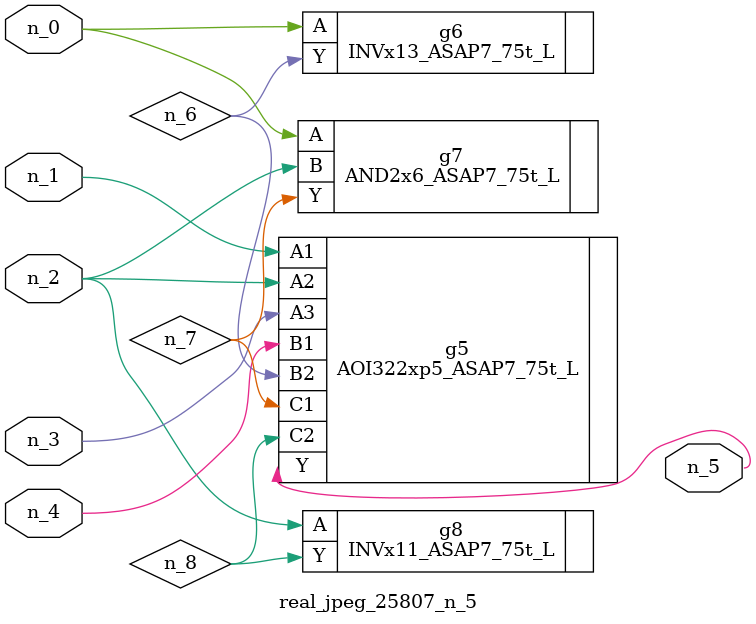
<source format=v>
module real_jpeg_25807_n_5 (n_4, n_0, n_1, n_2, n_3, n_5);

input n_4;
input n_0;
input n_1;
input n_2;
input n_3;

output n_5;

wire n_8;
wire n_6;
wire n_7;

INVx13_ASAP7_75t_L g6 ( 
.A(n_0),
.Y(n_6)
);

AND2x6_ASAP7_75t_L g7 ( 
.A(n_0),
.B(n_2),
.Y(n_7)
);

AOI322xp5_ASAP7_75t_L g5 ( 
.A1(n_1),
.A2(n_2),
.A3(n_3),
.B1(n_4),
.B2(n_6),
.C1(n_7),
.C2(n_8),
.Y(n_5)
);

INVx11_ASAP7_75t_L g8 ( 
.A(n_2),
.Y(n_8)
);


endmodule
</source>
